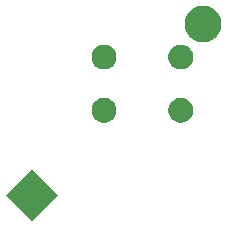
<source format=gbr>
G04 #@! TF.GenerationSoftware,KiCad,Pcbnew,(5.1.2)-1*
G04 #@! TF.CreationDate,2019-08-24T00:01:25+03:00*
G04 #@! TF.ProjectId,PomodoroTomatoTimer,506f6d6f-646f-4726-9f54-6f6d61746f54,rev?*
G04 #@! TF.SameCoordinates,Original*
G04 #@! TF.FileFunction,Soldermask,Bot*
G04 #@! TF.FilePolarity,Negative*
%FSLAX46Y46*%
G04 Gerber Fmt 4.6, Leading zero omitted, Abs format (unit mm)*
G04 Created by KiCad (PCBNEW (5.1.2)-1) date 2019-08-24 00:01:25*
%MOMM*%
%LPD*%
G04 APERTURE LIST*
%ADD10C,0.100000*%
G04 APERTURE END LIST*
D10*
G36*
X132749445Y-98044000D02*
G01*
X130556000Y-100237445D01*
X128362555Y-98044000D01*
X130556000Y-95850555D01*
X132749445Y-98044000D01*
X132749445Y-98044000D01*
G37*
G36*
X143458564Y-89849389D02*
G01*
X143649833Y-89928615D01*
X143649835Y-89928616D01*
X143821973Y-90043635D01*
X143968365Y-90190027D01*
X144083385Y-90362167D01*
X144162611Y-90553436D01*
X144203000Y-90756484D01*
X144203000Y-90963516D01*
X144162611Y-91166564D01*
X144083385Y-91357833D01*
X144083384Y-91357835D01*
X143968365Y-91529973D01*
X143821973Y-91676365D01*
X143649835Y-91791384D01*
X143649834Y-91791385D01*
X143649833Y-91791385D01*
X143458564Y-91870611D01*
X143255516Y-91911000D01*
X143048484Y-91911000D01*
X142845436Y-91870611D01*
X142654167Y-91791385D01*
X142654166Y-91791385D01*
X142654165Y-91791384D01*
X142482027Y-91676365D01*
X142335635Y-91529973D01*
X142220616Y-91357835D01*
X142220615Y-91357833D01*
X142141389Y-91166564D01*
X142101000Y-90963516D01*
X142101000Y-90756484D01*
X142141389Y-90553436D01*
X142220615Y-90362167D01*
X142335635Y-90190027D01*
X142482027Y-90043635D01*
X142654165Y-89928616D01*
X142654167Y-89928615D01*
X142845436Y-89849389D01*
X143048484Y-89809000D01*
X143255516Y-89809000D01*
X143458564Y-89849389D01*
X143458564Y-89849389D01*
G37*
G36*
X136958564Y-89849389D02*
G01*
X137149833Y-89928615D01*
X137149835Y-89928616D01*
X137321973Y-90043635D01*
X137468365Y-90190027D01*
X137583385Y-90362167D01*
X137662611Y-90553436D01*
X137703000Y-90756484D01*
X137703000Y-90963516D01*
X137662611Y-91166564D01*
X137583385Y-91357833D01*
X137583384Y-91357835D01*
X137468365Y-91529973D01*
X137321973Y-91676365D01*
X137149835Y-91791384D01*
X137149834Y-91791385D01*
X137149833Y-91791385D01*
X136958564Y-91870611D01*
X136755516Y-91911000D01*
X136548484Y-91911000D01*
X136345436Y-91870611D01*
X136154167Y-91791385D01*
X136154166Y-91791385D01*
X136154165Y-91791384D01*
X135982027Y-91676365D01*
X135835635Y-91529973D01*
X135720616Y-91357835D01*
X135720615Y-91357833D01*
X135641389Y-91166564D01*
X135601000Y-90963516D01*
X135601000Y-90756484D01*
X135641389Y-90553436D01*
X135720615Y-90362167D01*
X135835635Y-90190027D01*
X135982027Y-90043635D01*
X136154165Y-89928616D01*
X136154167Y-89928615D01*
X136345436Y-89849389D01*
X136548484Y-89809000D01*
X136755516Y-89809000D01*
X136958564Y-89849389D01*
X136958564Y-89849389D01*
G37*
G36*
X143458564Y-85349389D02*
G01*
X143649833Y-85428615D01*
X143649835Y-85428616D01*
X143821973Y-85543635D01*
X143968365Y-85690027D01*
X144083385Y-85862167D01*
X144162611Y-86053436D01*
X144203000Y-86256484D01*
X144203000Y-86463516D01*
X144162611Y-86666564D01*
X144083385Y-86857833D01*
X144083384Y-86857835D01*
X143968365Y-87029973D01*
X143821973Y-87176365D01*
X143649835Y-87291384D01*
X143649834Y-87291385D01*
X143649833Y-87291385D01*
X143458564Y-87370611D01*
X143255516Y-87411000D01*
X143048484Y-87411000D01*
X142845436Y-87370611D01*
X142654167Y-87291385D01*
X142654166Y-87291385D01*
X142654165Y-87291384D01*
X142482027Y-87176365D01*
X142335635Y-87029973D01*
X142220616Y-86857835D01*
X142220615Y-86857833D01*
X142141389Y-86666564D01*
X142101000Y-86463516D01*
X142101000Y-86256484D01*
X142141389Y-86053436D01*
X142220615Y-85862167D01*
X142335635Y-85690027D01*
X142482027Y-85543635D01*
X142654165Y-85428616D01*
X142654167Y-85428615D01*
X142845436Y-85349389D01*
X143048484Y-85309000D01*
X143255516Y-85309000D01*
X143458564Y-85349389D01*
X143458564Y-85349389D01*
G37*
G36*
X136958564Y-85349389D02*
G01*
X137149833Y-85428615D01*
X137149835Y-85428616D01*
X137321973Y-85543635D01*
X137468365Y-85690027D01*
X137583385Y-85862167D01*
X137662611Y-86053436D01*
X137703000Y-86256484D01*
X137703000Y-86463516D01*
X137662611Y-86666564D01*
X137583385Y-86857833D01*
X137583384Y-86857835D01*
X137468365Y-87029973D01*
X137321973Y-87176365D01*
X137149835Y-87291384D01*
X137149834Y-87291385D01*
X137149833Y-87291385D01*
X136958564Y-87370611D01*
X136755516Y-87411000D01*
X136548484Y-87411000D01*
X136345436Y-87370611D01*
X136154167Y-87291385D01*
X136154166Y-87291385D01*
X136154165Y-87291384D01*
X135982027Y-87176365D01*
X135835635Y-87029973D01*
X135720616Y-86857835D01*
X135720615Y-86857833D01*
X135641389Y-86666564D01*
X135601000Y-86463516D01*
X135601000Y-86256484D01*
X135641389Y-86053436D01*
X135720615Y-85862167D01*
X135835635Y-85690027D01*
X135982027Y-85543635D01*
X136154165Y-85428616D01*
X136154167Y-85428615D01*
X136345436Y-85349389D01*
X136548484Y-85309000D01*
X136755516Y-85309000D01*
X136958564Y-85349389D01*
X136958564Y-85349389D01*
G37*
G36*
X145347203Y-82034184D02*
G01*
X145497028Y-82063986D01*
X145779292Y-82180903D01*
X146033323Y-82350641D01*
X146249359Y-82566677D01*
X146419097Y-82820708D01*
X146536014Y-83102972D01*
X146595618Y-83402622D01*
X146595618Y-83708142D01*
X146536014Y-84007792D01*
X146419097Y-84290056D01*
X146249359Y-84544087D01*
X146033323Y-84760123D01*
X145779292Y-84929861D01*
X145497028Y-85046778D01*
X145347203Y-85076580D01*
X145197379Y-85106382D01*
X144891857Y-85106382D01*
X144742033Y-85076580D01*
X144592208Y-85046778D01*
X144309944Y-84929861D01*
X144055913Y-84760123D01*
X143839877Y-84544087D01*
X143670139Y-84290056D01*
X143553222Y-84007792D01*
X143493618Y-83708142D01*
X143493618Y-83402622D01*
X143553222Y-83102972D01*
X143670139Y-82820708D01*
X143839877Y-82566677D01*
X144055913Y-82350641D01*
X144309944Y-82180903D01*
X144592208Y-82063986D01*
X144742033Y-82034184D01*
X144891857Y-82004382D01*
X145197379Y-82004382D01*
X145347203Y-82034184D01*
X145347203Y-82034184D01*
G37*
M02*

</source>
